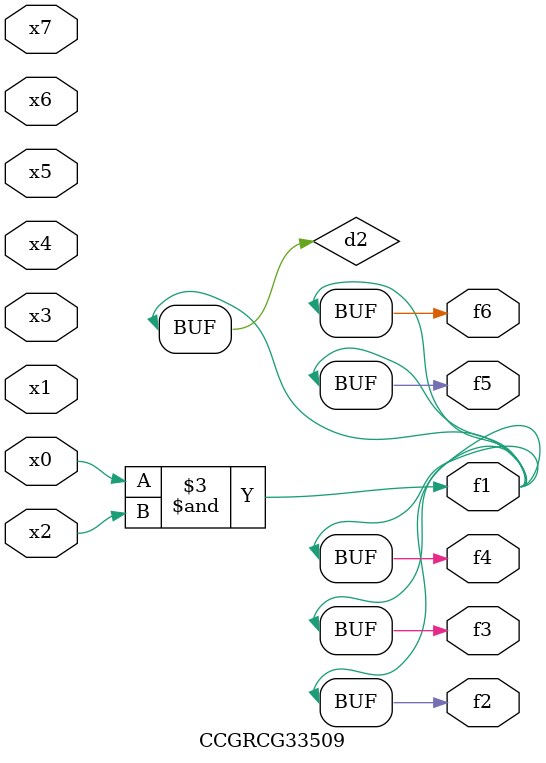
<source format=v>
module CCGRCG33509(
	input x0, x1, x2, x3, x4, x5, x6, x7,
	output f1, f2, f3, f4, f5, f6
);

	wire d1, d2;

	nor (d1, x3, x6);
	and (d2, x0, x2);
	assign f1 = d2;
	assign f2 = d2;
	assign f3 = d2;
	assign f4 = d2;
	assign f5 = d2;
	assign f6 = d2;
endmodule

</source>
